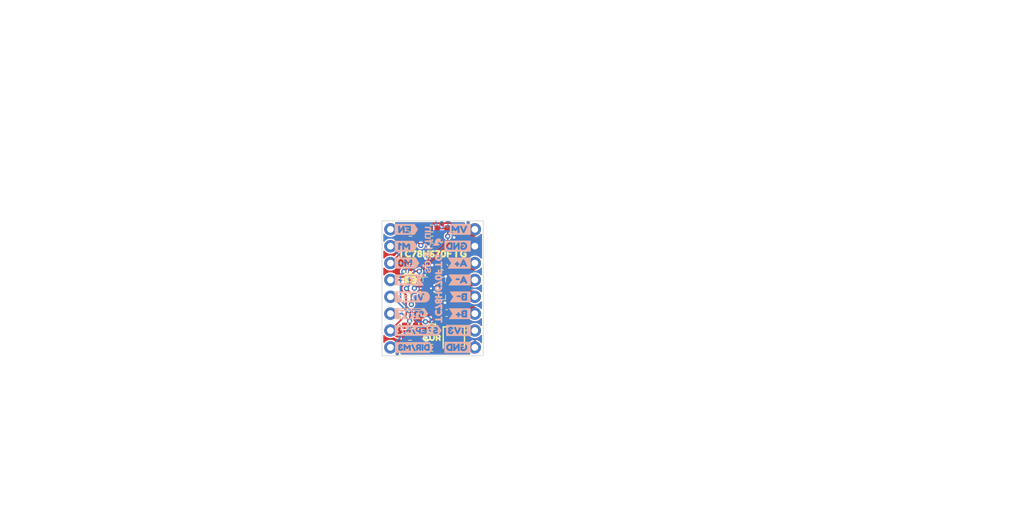
<source format=kicad_pcb>
(kicad_pcb (version 20221018) (generator pcbnew)
  (layers (0 "F.Cu" jumper) (1 "In1.Cu" signal) (2 "In2.Cu" signal) (31 "B.Cu" signal) (34 "B.Paste" user) (35 "F.Paste" user) (36 "B.SilkS" user "B.Silkscreen") (37 "F.SilkS" user "F.Silkscreen") (38 "B.Mask" user) (39 "F.Mask" user) (44 "Edge.Cuts" user))
  (net 0 "")
  (net 1 "DIR")
  (net 2 "MODE0")
  (net 3 "MODE1")
  (net 4 "STEP")
  (net 5 "VM")
  (net 6 "VREF")
  (net 7 "~{STBY}")
  (net 8 "3.3V")
  (net 9 "B-")
  (net 10 "B+")
  (net 11 "A+")
  (net 12 "A-")
  (net 13 "GND")
  (net 14 "ERR")
  (net 15 "EN")
  (net 16 "Net-(R1-Pad2)")
  (net 17 "Net-(U1-OSCM)")
  (footprint "kibuzzard-65D531EE" (layer "F.Cu") (at 142.143039 111.565401)
    (fp_text reference "kibuzzard-65D531EE" hide)
    (fp_text value "G***" hide)
  )
  (footprint "SparkFun-Resistor:R_0603_1608Metric" (layer "F.Cu") (at 142.09 95.13 180)
    (fp_text reference "R2")
    (fp_text value "10k")
    (pad "1" smd roundrect (at -0.825 0 180) (size 0.8 0.95) (layers "F.Cu" "F.Paste" "F.Mask") (net 14 "ERR"))
    (pad "2" smd roundrect (at 0.825 0 180) (size 0.8 0.95) (layers "F.Cu" "F.Paste" "F.Mask") (net 15 "EN"))
  )
  (footprint "SparkFun-Capacitor:C_0603_1608Metric" (layer "F.Cu") (at 145.24 95.11)
    (fp_text reference "C3")
    (fp_text value "22nF")
    (pad "1" smd roundrect (at -0.775 0) (size 0.9 0.95) (layers "F.Cu" "F.Paste" "F.Mask") (net 14 "ERR"))
    (pad "2" smd roundrect (at 0.775 0) (size 0.9 0.95) (layers "F.Cu" "F.Paste" "F.Mask") (net 13 "GND"))
  )
  (footprint "SparkFun-Resistor:R_0603_1608Metric" (layer "F.Cu") (at 138.84 111.44 180)
    (fp_text reference "R5")
    (fp_text value "10k")
    (pad "1" smd roundrect (at -0.825 0 180) (size 0.8 0.95) (layers "F.Cu" "F.Paste" "F.Mask") (net 8 "3.3V"))
    (pad "2" smd roundrect (at 0.825 0 180) (size 0.8 0.95) (layers "F.Cu" "F.Paste" "F.Mask") (net 4 "STEP"))
  )
  (footprint "SparkFun-Capacitor:C_0603_1608Metric" (layer "F.Cu") (at 144.35 107.86)
    (fp_text reference "C1")
    (fp_text value "0.1uF")
    (pad "1" smd roundrect (at -0.775 0) (size 0.9 0.95) (layers "F.Cu" "F.Paste" "F.Mask") (net 6 "VREF"))
    (pad "2" smd roundrect (at 0.775 0) (size 0.9 0.95) (layers "F.Cu" "F.Paste" "F.Mask") (net 13 "GND"))
  )
  (footprint "SparkFun-Resistor:R_0603_1608Metric" (layer "F.Cu") (at 142.11 96.8)
    (fp_text reference "R7")
    (fp_text value "10k")
    (pad "1" smd roundrect (at -0.825 0) (size 0.8 0.95) (layers "F.Cu" "F.Paste" "F.Mask") (net 8 "3.3V"))
    (pad "2" smd roundrect (at 0.825 0) (size 0.8 0.95) (layers "F.Cu" "F.Paste" "F.Mask") (net 2 "MODE0"))
  )
  (footprint "SparkFun-Resistor:R_0603_1608Metric" (layer "F.Cu") (at 140.84 107.84 180)
    (fp_text reference "R3")
    (fp_text value "47k")
    (pad "1" smd roundrect (at -0.825 0 180) (size 0.8 0.95) (layers "F.Cu" "F.Paste" "F.Mask") (net 17 "Net-(U1-OSCM)"))
    (pad "2" smd roundrect (at 0.825 0 180) (size 0.8 0.95) (layers "F.Cu" "F.Paste" "F.Mask") (net 13 "GND"))
  )
  (footprint "SparkFun-Resistor:R_0603_1608Metric" (layer "F.Cu") (at 138.9 96.8 180)
    (fp_text reference "R6")
    (fp_text value "10k")
    (pad "1" smd roundrect (at -0.825 0 180) (size 0.8 0.95) (layers "F.Cu" "F.Paste" "F.Mask") (net 8 "3.3V"))
    (pad "2" smd roundrect (at 0.825 0 180) (size 0.8 0.95) (layers "F.Cu" "F.Paste" "F.Mask") (net 3 "MODE1"))
  )
  (footprint "SparkFun-Aesthetic:ORDERING_INSTRUCTIONS" (layer "F.Cu") (at 167.64 60.96)
    (fp_text reference "U2" hide)
    (fp_text value "~" hide)
  )
  (footprint "SparkFun-Capacitor:C_0603_1608Metric" (layer "F.Cu") (at 144.110793 100.975018 -45)
    (fp_text reference "C2")
    (fp_text value "0.1uF")
    (pad "1" smd roundrect (at -0.775 0 315) (size 0.9 0.95) (layers "F.Cu" "F.Paste" "F.Mask") (net 5 "VM"))
    (pad "2" smd roundrect (at 0.775 0 315) (size 0.9 0.95) (layers "F.Cu" "F.Paste" "F.Mask") (net 13 "GND"))
  )
  (footprint "SparkFun-Resistor:R_0603_1608Metric" (layer "F.Cu") (at 138.85 109.77)
    (fp_text reference "R8")
    (fp_text value "10k")
    (pad "1" smd roundrect (at -0.825 0) (size 0.8 0.95) (layers "F.Cu" "F.Paste" "F.Mask") (net 7 "~{STBY}"))
    (pad "2" smd roundrect (at 0.825 0) (size 0.8 0.95) (layers "F.Cu" "F.Paste" "F.Mask") (net 13 "GND"))
  )
  (footprint "SparkFun-Resistor:TRIMPOT-SMD-3MM-CLOSED" (layer "F.Cu") (at 145.43 111.55)
    (fp_text reference "RV1")
    (fp_text value "10K")
    (pad "1" smd rect (at -0.85 1.65) (size 1 0.9) (layers "F.Cu" "F.Paste" "F.Mask") (net 16 "Net-(R1-Pad2)"))
    (pad "2" smd rect (at 0 -1.65) (size 1.1 0.9) (layers "F.Cu" "F.Paste" "F.Mask") (net 6 "VREF"))
    (pad "3" smd rect (at 0.85 1.65) (size 1 0.9) (layers "F.Cu" "F.Paste" "F.Mask") (net 13 "GND"))
  )
  (footprint "SparkFun-Aesthetic:OSHW_Logo_2.5mm" (layer "F.Cu") (at 138.861427 102.774502)
    (fp_text reference "Ref**" hide)
    (fp_text value "Val**" hide)
  )
  (footprint "SparkFun-IC-Special-Function:P-VQFN16-0303-0.50-001" (layer "F.Cu") (at 141.744 102.64)
    (fp_text reference "U1")
    (fp_text value "TC78H670FTG")
    (pad "1" smd roundrect (at 0 0) (size 0.255 0.85) (layers "F.Cu" "F.Mask") (net 1 "DIR"))
    (pad "2" smd roundrect (at 0.5 0) (size 0.255 0.85) (layers "F.Cu" "F.Mask") (net 13 "GND"))
    (pad "3" smd roundrect (at 1 0) (size 0.255 0.85) (layers "F.Cu" "F.Mask") (net 5 "VM"))
    (pad "4" smd roundrect (at 1.5 0) (size 0.255 0.85) (layers "F.Cu" "F.Mask") (net 13 "GND"))
    (pad "5" smd roundrect (at 2.25 0.75 90) (size 0.255 0.85) (layers "F.Cu" "F.Mask") (net 11 "A+"))
    (pad "6" smd roundrect (at 2.25 1.25 90) (size 0.255 0.85) (layers "F.Cu" "F.Mask") (net 12 "A-"))
    (pad "7" smd roundrect (at 2.25 1.75 90) (size 0.255 0.85) (layers "F.Cu" "F.Mask") (net 9 "B-"))
    (pad "8" smd roundrect (at 2.25 2.25 90) (size 0.255 0.85) (layers "F.Cu" "F.Mask") (net 10 "B+"))
    (pad "9" smd roundrect (at 1.5 3) (size 0.255 0.85) (layers "F.Cu" "F.Mask") (net 13 "GND"))
    (pad "10" smd roundrect (at 1 3) (size 0.255 0.85) (layers "F.Cu" "F.Mask") (net 6 "VREF"))
    (pad "11" smd roundrect (at 0.5 3) (size 0.255 0.85) (layers "F.Cu" "F.Mask") (net 17 "Net-(U1-OSCM)"))
    (pad "12" smd roundrect (at 0 3) (size 0.255 0.85) (layers "F.Cu" "F.Mask") (net 7 "~{STBY}"))
    (pad "13" smd roundrect (at -0.75 2.25 90) (size 0.255 0.85) (layers "F.Cu" "F.Mask") (net 14 "ERR"))
    (pad "14" smd roundrect (at -0.75 1.75 90) (size 0.255 0.85) (layers "F.Cu" "F.Mask") (net 2 "MODE0"))
    (pad "15" smd roundrect (at -0.75 1.25 90) (size 0.255 0.85) (layers "F.Cu" "F.Mask") (net 3 "MODE1"))
    (pad "16" smd roundrect (at -0.75 0.75 90) (size 0.255 0.85) (layers "F.Cu" "F.Mask") (net 4 "STEP"))
    (pad "17" smd roundrect (at 0.75 1.5 270) (size 1.64 1.64) (layers "F.Cu" "F.Mask") (roundrect_rratio 0) (chamfer_ratio 0.15) (chamfer top_left) (net 13 "GND"))
  )
  (footprint "SparkFun-Connector:1X08" (layer "F.Cu") (at 148.59 95.25 -90)
    (fp_text reference "J2")
    (fp_text value "Conn_01x08")
    (pad "1" thru_hole circle (at 0 0) (size 1.8796 1.8796) (drill 1.016) (layers "*.Cu" "*.Mask") (net 5 "VM"))
    (pad "2" thru_hole circle (at 2.54 0 315) (size 1.8796 1.8796) (drill 1.016) (layers "*.Cu" "*.Mask") (net 13 "GND"))
    (pad "3" thru_hole circle (at 5.08 0) (size 1.8796 1.8796) (drill 1.016) (layers "*.Cu" "*.Mask") (net 11 "A+"))
    (pad "4" thru_hole circle (at 7.62 0) (size 1.8796 1.8796) (drill 1.016) (layers "*.Cu" "*.Mask") (net 12 "A-"))
    (pad "5" thru_hole circle (at 10.16 0) (size 1.8796 1.8796) (drill 1.016) (layers "*.Cu" "*.Mask") (net 9 "B-"))
    (pad "6" thru_hole circle (at 12.7 0) (size 1.8796 1.8796) (drill 1.016) (layers "*.Cu" "*.Mask") (net 10 "B+"))
    (pad "7" thru_hole circle (at 15.24 0 315) (size 1.8796 1.8796) (drill 1.016) (layers "*.Cu" "*.Mask") (net 8 "3.3V"))
    (pad "8" thru_hole circle (at 17.78 0 315) (size 1.8796 1.8796) (drill 1.016) (layers "*.Cu" "*.Mask") (net 13 "GND"))
  )
  (footprint "SparkFun-Aesthetic:Creative_Commons_License" (layer "F.Cu") (at 82.6242 85.245)
    (fp_text reference "G1" hide)
    (fp_text value "OSHW_Logo" hide)
  )
  (footprint "SparkFun-Resistor:R_0603_1608Metric" (layer "F.Cu") (at 142.07 113.09)
    (fp_text reference "R1")
    (fp_text value "8.2k")
    (pad "1" smd roundrect (at -0.825 0) (size 0.8 0.95) (layers "F.Cu" "F.Paste" "F.Mask") (net 8 "3.3V"))
    (pad "2" smd roundrect (at 0.825 0) (size 0.8 0.95) (layers "F.Cu" "F.Paste" "F.Mask") (net 16 "Net-(R1-Pad2)"))
  )
  (footprint "SparkFun-Resistor:R_0603_1608Metric" (layer "F.Cu") (at 138.92 95.13 180)
    (fp_text reference "R9")
    (fp_text value "10k")
    (pad "1" smd roundrect (at -0.825 0 180) (size 0.8 0.95) (layers "F.Cu" "F.Paste" "F.Mask") (net 15 "EN"))
    (pad "2" smd roundrect (at 0.825 0 180) (size 0.8 0.95) (layers "F.Cu" "F.Paste" "F.Mask") (net 13 "GND"))
  )
  (footprint "SparkFun-Resistor:R_0603_1608Metric" (layer "F.Cu") (at 138.86 113.1 180)
    (fp_text reference "R4")
    (fp_text value "10k")
    (pad "1" smd roundrect (at -0.825 0 180) (size 0.8 0.95) (layers "F.Cu" "F.Paste" "F.Mask") (net 8 "3.3V"))
    (pad "2" smd roundrect (at 0.825 0 180) (size 0.8 0.95) (layers "F.Cu" "F.Paste" "F.Mask") (net 1 "DIR"))
  )
  (footprint "SparkFun-Aesthetic:Creative_Commons_License" (layer "F.Cu") (at 139.7 137.16)
    (fp_text reference "ref**1" hide)
    (fp_text value "val**" hide)
  )
  (footprint "SparkFun-Aesthetic:Fiducial_0.5mm_Mask1mm" (layer "F.Cu") (at 136.92 113.99)
    (fp_text reference "FID4")
    (fp_text value "Fiducial_0.5mm")
    (pad "" smd circle (at 0 0) (size 0.5 0.5) (layers "F.Cu" "F.Mask") (clearance 0.25))
  )
  (footprint "SparkFun-Aesthetic:Fiducial_0.5mm_Mask1mm" (layer "F.Cu") (at 147.58 94.27)
    (fp_text reference "FID1")
    (fp_text value "Fiducial_0.5mm")
    (pad "" smd circle (at 0 0) (size 0.5 0.5) (layers "F.Cu" "F.Mask") (clearance 0.25))
  )
  (footprint "kibuzzard-65CFAE6E" (layer "F.Cu") (at 142.2 98.93)
    (fp_text reference "kibuzzard-65CFAE6E" hide)
    (fp_text value "G***" hide)
  )
  (footprint "SparkFun-Connector:1X08" (layer "F.Cu") (at 135.89 95.25 -90)
    (fp_text reference "J1")
    (fp_text value "Conn_01x08")
    (pad "1" thru_hole circle (at 0 0) (size 1.8796 1.8796) (drill 1.016) (layers "*.Cu" "*.Mask") (net 15 "EN"))
    (pad "2" thru_hole circle (at 2.54 0) (size 1.8796 1.8796) (drill 1.016) (layers "*.Cu" "*.Mask") (net 3 "MODE1"))
    (pad "3" thru_hole circle (at 5.08 0) (size 1.8796 1.8796) (drill 1.016) (layers "*.Cu" "*.Mask") (net 2 "MODE0"))
    (pad "4" thru_hole circle (at 7.62 0) (size 1.8796 1.8796) (drill 1.016) (layers "*.Cu" "*.Mask") (net 14 "ERR"))
    (pad "5" thru_hole circle (at 10.16 0) (size 1.8796 1.8796) (drill 1.016) (layers "*.Cu" "*.Mask") (net 6 "VREF"))
    (pad "6" thru_hole circle (at 12.7 0) (size 1.8796 1.8796) (drill 1.016) (layers "*.Cu" "*.Mask") (net 7 "~{STBY}"))
    (pad "7" thru_hole circle (at 15.24 0) (size 1.8796 1.8796) (drill 1.016) (layers "*.Cu" "*.Mask") (net 4 "STEP"))
    (pad "8" thru_hole circle (at 17.78 0) (size 1.8796 1.8796) (drill 1.016) (layers "*.Cu" "*.Mask") (net 1 "DIR"))
  )
  (footprint "kibuzzard-65CFAB5A" (layer "B.Cu") (at 146.3 102.87 180)
    (fp_text reference "kibuzzard-65CFAB5A" hide)
    (fp_text value "G***" hide)
  )
  (footprint "SparkFun-Aesthetic:SparkFun_Logo_7mm" (layer "B.Cu") (at 141.55 98.375 90)
    (fp_text reference "G***" hide)
    (fp_text value "LOGO" hide)
  )
  (footprint "kibuzzard-65CFAC13" (layer "B.Cu") (at 138.29 95.26 180)
    (fp_text reference "kibuzzard-65CFAC13" hide)
    (fp_text value "G***" hide)
  )
  (footprint "SparkFun-Aesthetic:Fiducial_0.5mm_Mask1mm" (layer "B.Cu") (at 147.58 94.27 180)
    (fp_text reference "FID2")
    (fp_text value "Fiducial_0.5mm")
    (pad "" smd circle (at 0 0 180) (size 0.5 0.5) (layers "B.Cu" "B.Mask") (clearance 0.25))
  )
  (footprint "kibuzzard-65CFAD2C" (layer "B.Cu") (at 139.04 107.96 180)
    (fp_text reference "kibuzzard-65CFAD2C" hide)
    (fp_text value "G***" hide)
  )
  (footprint "SparkFun-Aesthetic:Fiducial_0.5mm_Mask1mm" (layer "B.Cu") (at 136.92 113.99 180)
    (fp_text reference "FID3")
    (fp_text value "Fiducial_0.5mm")
    (pad "" smd circle (at 0 0 180) (size 0.5 0.5) (layers "B.Cu" "B.Mask") (clearance 0.25))
  )
  (footprint "kibuzzard-65CFAB85" (layer "B.Cu") (at 146.31 107.96 180)
    (fp_text reference "kibuzzard-65CFAB85" hide)
    (fp_text value "G***" hide)
  )
  (footprint "kibuzzard-65CFAAF8" (layer "B.Cu") (at 146.12 110.48 180)
    (fp_text reference "kibuzzard-65CFAAF8" hide)
    (fp_text value "G***" hide)
  )
  (footprint "kibuzzard-65CFAA33" (layer "B.Cu") (at 145.99 113.02 180)
    (fp_text reference "kibuzzard-65CFAA33" hide)
    (fp_text value "G***" hide)
  )
  (footprint "kibuzzard-65CFAC2F" (layer "B.Cu") (at 138.24 97.8 180)
    (fp_text reference "kibuzzard-65CFAC2F" hide)
    (fp_text value "G***" hide)
  )
  (footprint "kibuzzard-65CFAC42" (layer "B.Cu") (at 138.38 100.33 180)
    (fp_text reference "kibuzzard-65CFAC42" hide)
    (fp_text value "G***" hide)
  )
  (footprint "kibuzzard-65CFAC9C" (layer "B.Cu") (at 139.16 105.43 180)
    (fp_text reference "kibuzzard-65CFAC9C" hide)
    (fp_text value "G***" hide)
  )
  (footprint "kibuzzard-65CFAE6E" (layer "B.Cu") (at 143.14 104.16 90)
    (fp_text reference "kibuzzard-65CFAE6E" hide)
    (fp_text value "G***" hide)
  )
  (footprint "kibuzzard-65CFAA33" (layer "B.Cu") (at 145.99 97.78 180)
    (fp_text reference "kibuzzard-65CFAA33" hide)
    (fp_text value "G***" hide)
  )
  (footprint "kibuzzard-65D52B03" (layer "B.Cu") (at 140.065161 110.481021 180)
    (fp_text reference "kibuzzard-65D52B03" hide)
    (fp_text value "G***" hide)
  )
  (footprint "kibuzzard-65CFAA22" (layer "B.Cu") (at 146.39 95.25 180)
    (fp_text reference "kibuzzard-65CFAA22" hide)
    (fp_text value "G***" hide)
  )
  (footprint "kibuzzard-65CFAE3D" (layer "B.Cu") (at 146.23 100.34 180)
    (fp_text reference "kibuzzard-65CFAE3D" hide)
    (fp_text value "G***" hide)
  )
  (footprint "kibuzzard-65CFAC5D" (layer "B.Cu") (at 138.74 102.88 180)
    (fp_text reference "kibuzzard-65CFAC5D" hide)
    (fp_text value "G***" hide)
  )
  (footprint "kibuzzard-65CFAB77" (layer "B.Cu") (at 146.37 105.42 180)
    (fp_text reference "kibuzzard-65CFAB77" hide)
    (fp_text value "G***" hide)
  )
  (footprint "kibuzzard-65D52B32" (layer "B.Cu") (at 139.448309 113.043286 180)
    (fp_text reference "kibuzzard-65D52B32" hide)
    (fp_text value "G***" hide)
  )
  (gr_line (start 141.840403 110.288076) (end 142.460403 110.288076) (stroke (width 0.17)) (layer "F.SilkS"))
  (gr_arc (start 142.210403 110.858075) (mid 141.540547 109.839788) (end 142.759403 109.838201) (stroke (width 0.17)) (layer "F.SilkS"))
  (gr_line (start 142.160403 110.598076) (end 142.160403 109.988076) (stroke (width 0.17)) (layer "F.SilkS"))
  (gr_line (start 142.759403 109.838201) (end 142.318524 109.735499) (stroke (width 0.17)) (layer "F.SilkS"))
  (gr_line (start 142.759403 109.838201) (end 142.644534 109.402835) (stroke (width 0.17)) (layer "F.SilkS"))
  (gr_rect (start 134.62 93.98) (end 149.86 114.3) (stroke (width 0.1)) (fill none) (layer "Edge.Cuts"))
  (gr_text "v01" (at 142.261552 93.973312 180) (layer "B.Cu") (effects (font (size 1 1)) (justify left bottom mirror)))
  (segment (start 137.92 101.61) (end 139.33 100.2) (width 0.25) (layer "F.Cu") (net 1))
  (segment (start 141.744 101.244) (end 141.744 102.64) (width 0.25) (layer "F.Cu") (net 1))
  (segment (start 137.965 113.03) (end 138.035 113.1) (width 0.25) (layer "F.Cu") (net 1))
  (segment (start 139.33 100.2) (end 140.7 100.2) (width 0.25) (layer "F.Cu") (net 1))
  (segment (start 140.7 100.2) (end 141.744 101.244) (width 0.25) (layer "F.Cu") (net 1))
  (segment (start 135.89 113.03) (end 137.965 113.03) (width 0.25) (layer "F.Cu") (net 1))
  (via (at 137.92 101.61) (size 0.8) (drill 0.4) (layers "F.Cu" "B.Cu") (net 1))
  (segment (start 141.57 108.35) (end 141.89 108.67) (width 0.25) (layer "B.Cu") (net 1))
  (segment (start 138.94 109.98) (end 135.89 113.03) (width 0.25) (layer "B.Cu") (net 1))
  (segment (start 141.89 109.48) (end 141.39 109.98) (width 0.25) (layer "B.Cu") (net 1))
  (segment (start 137.92 101.61) (end 137.41 102.12) (width 0.25) (layer "B.Cu") (net 1))
  (segment (start 141.39 109.98) (end 138.94 109.98) (width 0.25) (layer "B.Cu") (net 1))
  (segment (start 137.41 105.96) (end 139.8 108.35) (width 0.25) (layer "B.Cu") (net 1))
  (segment (start 139.8 108.35) (end 141.57 108.35) (width 0.25) (layer "B.Cu") (net 1))
  (segment (start 137.41 102.12) (end 137.41 105.96) (width 0.25) (layer "B.Cu") (net 1))
  (segment (start 141.89 108.67) (end 141.89 109.48) (width 0.25) (layer "B.Cu") (net 1))
  (segment (start 139.769552 104.865) (end 140.244552 104.39) (width 0.25) (layer "F.Cu") (net 2))
  (segment (start 142.935 96.8) (end 142.935 97.655) (width 0.25) (layer "F.Cu") (net 2))
  (segment (start 141.76 98.83) (end 137.43 98.83) (width 0.25) (layer "F.Cu") (net 2))
  (segment (start 140.244552 104.39) (end 140.994 104.39) (width 0.25) (layer "F.Cu") (net 2))
  (segment (start 138.995 104.865) (end 139.769552 104.865) (width 0.25) (layer "F.Cu") (net 2))
  (segment (start 142.935 97.655) (end 141.76 98.83) (width 0.25) (layer "F.Cu") (net 2))
  (segment (start 137.43 98.83) (end 135.93 100.33) (width 0.25) (layer "F.Cu") (net 2))
  (segment (start 135.93 100.33) (end 135.89 100.33) (width 0.25) (layer "F.Cu") (net 2))
  (segment (start 138.297653 104.167653) (end 138.995 104.865) (width 0.25) (layer "F.Cu") (net 2))
  (via (at 138.297653 104.167653) (size 0.8) (drill 0.4) (layers "F.Cu" "B.Cu") (net 2))
  (segment (start 138.684 103.781306) (end 138.684 101.346) (width 0.25) (layer "B.Cu") (net 2))
  (segment (start 138.297653 104.167653) (end 138.684 103.781306) (width 0.25) (layer "B.Cu") (net 2))
  (segment (start 138.684 101.346) (end 137.668 100.33) (width 0.25) (layer "B.Cu") (net 2))
  (segment (start 137.668 100.33) (end 135.89 100.33) (width 0.25) (layer "B.Cu") (net 2))
  (segment (start 136.88 96.8) (end 135.89 97.79) (width 0.25) (layer "F.Cu") (net 3))
  (segment (start 138.075 96.8) (end 136.88 96.8) (width 0.25) (layer "F.Cu") (net 3))
  (segment (start 139.492161 104.117086) (end 139.719247 103.89) (width 0.25) (layer "F.Cu") (net 3))
  (segment (start 139.719247 103.89) (end 140.994 103.89) (width 0.25) (layer "F.Cu") (net 3))
  (via (at 139.492161 104.117086) (size 0.8) (drill 0.4) (layers "F.Cu" "B.Cu") (net 3))
  (segment (start 139.492161 104.117086) (end 139.446 104.070925) (width 0.25) (layer "B.Cu") (net 3))
  (segment (start 139.446 104.070925) (end 139.446 101.356) (width 0.25) (layer "B.Cu") (net 3))
  (segment (start 135.89 97.8) (end 135.89 97.79) (width 0.25) (layer "B.Cu") (net 3))
  (segment (start 139.446 101.356) (end 135.89 97.8) (width 0.25) (layer "B.Cu") (net 3))
  (segment (start 138.23 105.125305) (end 137.572653 104.467958) (width 0.25) (layer "F.Cu") (net 4))
  (segment (start 135.89 110.49) (end 136.81 111.41) (width 0.25) (layer "F.Cu") (net 4))
  (segment (start 136.81 111.41) (end 138.015 111.41) (width 0.25) (layer "F.Cu") (net 4))
  (segment (start 137.572653 103.867347) (end 138.05 103.39) (width 0.25) (layer "F.Cu") (net 4))
  (segment (start 138.23 108.15) (end 138.23 105.125305) (width 0.25) (layer "F.Cu") (net 4))
  (segment (start 135.89 110.49) (end 138.23 108.15) (width 0.25) (layer "F.Cu") (net 4))
  (segment (start 137.572653 104.467958) (end 137.572653 103.867347) (width 0.25) (layer "F.Cu") (net 4))
  (segment (start 138.05 103.39) (end 140.994 103.39) (width 0.25) (layer "F.Cu") (net 4))
  (segment (start 143.575 108.045) (end 145.43 109.9) (width 0.25) (layer "F.Cu") (net 6))
  (segment (start 141.165 109.17) (end 141.773411 109.17) (width 0.25) (layer "F.Cu") (net 6))
  (segment (start 141.773411 109.17) (end 142.744 108.199411) (width 0.25) (layer "F.Cu") (net 6))
  (segment (start 142.744 108.199411) (end 142.744 107.86) (width 0.25) (layer "F.Cu") (net 6))
  (segment (start 143.575 107.855) (end 143.575 107.86) (width 0.25) (layer "F.Cu") (net 6))
  (segment (start 142.744 105.64) (end 142.744 107.86) (width 0.25) (layer "F.Cu") (net 6))
  (segment (start 143.575 107.86) (end 142.744 107.86) (width 0.25) (layer "F.Cu") (net 6))
  (segment (start 143.575 107.86) (end 143.575 108.045) (width 0.25) (layer "F.Cu") (net 6))
  (via (at 141.165 109.17) (size 0.8) (drill 0.4) (layers "F.Cu" "B.Cu") (net 6))
  (segment (start 136.19 105.41) (end 135.89 105.41) (width 0.25) (layer "B.Cu") (net 6))
  (segment (start 139.95 109.17) (end 136.19 105.41) (width 0.25) (layer "B.Cu") (net 6))
  (segment (start 141.165 109.17) (end 139.95 109.17) (width 0.25) (layer "B.Cu") (net 6))
  (segment (start 139.651995 106.98) (end 141.13 106.98) (width 0.25) (layer "F.Cu") (net 7))
  (segment (start 138.59 109.77) (end 138.025 109.77) (width 0.25) (layer "F.Cu") (net 7))
  (segment (start 138.78 109.06) (end 138.8 109.04) (width 0.25) (layer "F.Cu") (net 7))
  (segment (start 141.13 106.98) (end 141.744 106.366) (width 0.25) (layer "F.Cu") (net 7))
  (segment (start 138.8 107.831995) (end 139.651995 106.98) (width 0.25) (layer "F.Cu") (net 7))
  (segment (start 141.744 106.366) (end 141.744 105.64) (width 0.25) (layer "F.Cu") (net 7))
  (segment (start 138.8 109.04) (end 138.8 107.831995) (width 0.25) (layer "F.Cu") (net 7))
  (segment (start 138.78 109.06) (end 138.78 109.58) (width 0.25) (layer "F.Cu") (net 7))
  (segment (start 138.78 109.58) (end 138.59 109.77) (width 0.25) (layer "F.Cu") (net 7))
  (via (at 138.78 109.06) (size 0.8) (drill 0.4) (layers "F.Cu" "B.Cu") (net 7))
  (segment (start 137.67 107.95) (end 135.89 107.95) (width 0.25) (layer "B.Cu") (net 7))
  (segment (start 138.78 109.06) (end 137.67 107.95) (width 0.25) (layer "B.Cu") (net 7))
  (segment (start 139.665 111.41) (end 139.685 111.43) (width 0.25) (layer "F.Cu") (net 8))
  (segment (start 141.296656 111.566922) (end 141.139734 111.41) (width 0.25) (layer "F.Cu") (net 8))
  (segment (start 141.285 96.8) (end 141.285 96.865) (width 0.25) (layer "F.Cu") (net 8))
  (segment (start 141.235 113.1) (end 141.245 113.09) (width 0.25) (layer "F.Cu") (net 8))
  (segment (start 139.735 96.81) (end 139.725 96.8) (width 0.25) (layer "F.Cu") (net 8))
  (segment (start 141.285 96.865) (end 140.47 97.68) (width 0.25) (layer "F.Cu") (net 8))
  (segment (start 139.685 113.1) (end 141.235 113.1) (width 0.25) (layer "F.Cu") (net 8))
  (segment (start 140.47 97.68) (end 139.735 96.945) (width 0.25) (layer "F.Cu") (net 8))
  (segment (start 139.735 96.945) (end 139.735 96.81) (width 0.25) (layer "F.Cu") (net 8))
  (segment (start 139.685 111.43) (end 139.685 113.1) (width 0.25) (layer "F.Cu") (net 8))
  (segment (start 141.139734 111.41) (end 139.665 111.41) (width 0.25) (layer "F.Cu") (net 8))
  (via (at 141.296656 111.566922) (size 0.8) (drill 0.4) (layers "F.Cu" "B.Cu") (net 8))
  (via (at 140.47 97.68) (size 0.8) (drill 0.4) (layers "F.Cu" "B.Cu") (net 8))
  (via (at 145.47 96.48) (size 0.8) (drill 0.4) (layers "F.Cu" "B.Cu") (net 13))
  (via (at 141.1465 99.621194) (size 0.8) (drill 0.4) (layers "F.Cu" "B.Cu") (net 13))
  (via (at 141.99 104.14) (size 0.6) (drill 0.3) (layers "F.Cu" "B.Cu") (net 13))
  (via (at 142.49 104.64) (size 0.6) (drill 0.3) (layers "F.Cu" "B.Cu") (net 13))
  (via (at 144.09 106.31) (size 0.8) (drill 0.4) (layers "F.Cu" "B.Cu") (net 13))
  (via (at 144.22 102.34) (size 0.8) (drill 0.4) (layers "F.Cu" "B.Cu") (net 13))
  (via (at 142.482054 103.635722) (size 0.6) (drill 0.3) (layers "F.Cu" "B.Cu") (net 13))
  (via (at 141.63 97.92) (size 0.8) (drill 0.4) (layers "F.Cu" "B.Cu") (net 13))
  (via (at 142.98 104.14) (size 0.6) (drill 0.3) (layers "F.Cu" "B.Cu") (net 13))
  (via (at 142.171806 100.6465) (size 0.8) (drill 0.4) (layers "F.Cu" "B.Cu") (net 13))
  (segment (start 138.26 102.87) (end 139.18 101.95) (width 0.25) (layer "F.Cu") (net 14))
  (segment (start 139.18 101.95) (end 139.567 101.563) (width 0.25) (layer "F.Cu") (net 14))
  (segment (start 139.567 101.563) (end 140.23 101.563) (width 0.25) (layer "F.Cu") (net 14))
  (segment (start 139.040709 106.249291) (end 140.4 104.89) (width 0.25) (layer "F.Cu") (net 14))
  (segment (start 144.445 95.13) (end 144.465 95.11) (width 0.25) (layer "F.Cu") (net 14))
  (segment (start 144.51 96.3) (end 144.51 95.155) (width 0.25) (layer "F.Cu") (net 14))
  (segment (start 135.89 102.87) (end 138.26 102.87) (width 0.25) (layer "F.Cu") (net 14))
  (segment (start 139.040709 106.565981) (end 139.040709 106.249291) (width 0.25) (layer "F.Cu") (net 14))
  (segment (start 144.51 95.155) (end 144.465 95.11) (width 0.25) (layer "F.Cu") (net 14))
  (segment (start 140.4 104.89) (end 140.994 104.89) (width 0.25) (layer "F.Cu") (net 14))
  (segment (start 142.915 95.13) (end 144.445 95.13) (width 0.25) (layer "F.Cu") (net 14))
  (via (at 140.23 101.563) (size 0.8) (drill 0.4) (layers "F.Cu" "B.Cu") (net 14))
  (via (at 144.51 96.3) (size 0.8) (drill 0.4) (layers "F.Cu" "B.Cu") (net 14))
  (via (at 139.040709 106.565981) (size 0.8) (drill 0.4) (layers "F.Cu" "B.Cu") (net 14))
  (segment (start 139.040709 105.169291) (end 139.367914 104.842086) (width 0.25) (layer "B.Cu") (net 14))
  (segment (start 144.51 97.283) (end 140.23 101.563) (width 0.25) (layer "B.Cu") (net 14))
  (segment (start 139.792466 104.842086) (end 140.23 104.404552) (width 0.25) (layer "B.Cu") (net 14))
  (segment (start 140.23 104.404552) (end 140.23 101.563) (width 0.25) (layer "B.Cu") (net 14))
  (segment (start 139.040709 106.565981) (end 139.040709 105.169291) (width 0.25) (layer "B.Cu") (net 14))
  (segment (start 144.51 96.3) (end 144.51 97.283) (width 0.25) (layer "B.Cu") (net 14))
  (segment (start 139.367914 104.842086) (end 139.792466 104.842086) (width 0.25) (layer "B.Cu") (net 14))
  (segment (start 139.745 95.13) (end 138.915 95.96) (width 0.25) (layer "F.Cu") (net 15))
  (segment (start 139.745 95.13) (end 141.265 95.13) (width 0.25) (layer "F.Cu") (net 15))
  (segment (start 138.915 95.96) (end 137.701996 95.96) (width 0.25) (layer "F.Cu") (net 15))
  (segment (start 137.701996 95.96) (end 136.991996 95.25) (width 0.25) (layer "F.Cu") (net 15))
  (segment (start 136.991996 95.25) (end 135.89 95.25) (width 0.25) (layer "F.Cu") (net 15))
  (segment (start 144.58 113.2) (end 143.005 113.2) (width 0.25) (layer "F.Cu") (net 16))
  (segment (start 143.005 113.2) (end 142.895 113.09) (width 0.25) (layer "F.Cu") (net 16))
  (segment (start 142.244 107.261) (end 141.665 107.84) (width 0.25) (layer "F.Cu") (net 17))
  (segment (start 142.244 105.64) (end 142.244 107.261) (width 0.25) (layer "F.Cu") (net 17))
  (zone (net 13) (net_name "GND") (layer "F.Cu") (name "A+") (priority 3) (connect_pads yes (clearance 0.2)) (min_thickness 0.25) (fill yes (thermal_gap 0.5) (thermal_bridge_width 0.5))
    (polygon (pts (xy 144.36 103.07) (xy 143.11 103.07) (xy 143.11 102.21) (xy 147.89 97.02) (xy 149.27 98.59) (xy 147.99 99.17)))
  )
  (zone (net 13) (net_name "GND") (layer "F.Cu") (name "GND") (priority 1) (connect_pads yes (clearance 0.1)) (min_thickness 0.1) (fill yes (thermal_gap 0.5) (thermal_bridge_width 0.5))
    (polygon (pts (xy 145.034 106.68) (xy 145.034 101.6) (xy 140.208 101.6) (xy 140.208 106.68)))
  )
  (zone (net 5) (net_name "VM") (layer "F.Cu") (name "VM") (priority 3) (connect_pads yes (clearance 0.1)) (min_thickness 0.1) (fill yes (thermal_gap 0.5) (thermal_bridge_width 0.5))
    (polygon (pts (xy 142.88 102.22) (xy 142.88 103.07) (xy 142.61 103.07) (xy 142.6 100.47) (xy 147.98 94.54) (xy 149.15 96) (xy 147.66 96.85)))
  )
  (zone (net 9) (net_name "B-") (layer "F.Cu") (name "A+") (priority 3) (connect_pads yes (clearance 0.2)) (min_thickness 0.25) (fill yes (thermal_gap 0.5) (thermal_bridge_width 0.5))
    (polygon (pts (xy 144.41 104.26) (xy 143.56 104.26) (xy 143.56 104.52) (xy 144.41 104.52) (xy 148.19 106.27) (xy 148.67 104.47)))
  )
  (zone (net 10) (net_name "B+") (layer "F.Cu") (name "A+") (priority 3) (connect_pads yes (clearance 0.2)) (min_thickness 0.25) (fill yes (thermal_gap 0.5) (thermal_bridge_width 0.5))
    (polygon (pts (xy 144.42 104.76) (xy 143.56 104.76) (xy 143.56 105.02) (xy 144.42 105.02) (xy 147.96 108.65) (xy 148.94 107.08)))
  )
  (zone (net 12) (net_name "A-") (layer "F.Cu") (name "A+") (priority 3) (connect_pads yes (clearance 0.2)) (min_thickness 0.25) (fill yes (thermal_gap 0.5) (thermal_bridge_width 0.5))
    (polygon (pts (xy 144.39 103.76) (xy 148.21 102.01) (xy 148.69 103.81) (xy 144.38 104.02) (xy 143.57 104.02) (xy 143.57 103.76)))
  )
  (zone (net 11) (net_name "A+") (layer "F.Cu") (name "A+") (priority 3) (connect_pads yes (clearance 0.2)) (min_thickness 0.1) (fill yes (thermal_gap 0.5) (thermal_bridge_width 0.5))
    (polygon (pts (xy 144.4 103.26) (xy 143.56 103.26) (xy 143.56 103.52) (xy 144.4 103.52) (xy 148.96 101.19) (xy 148 99.6)))
  )
  (zone (net 13) (net_name "GND") (layers "F.Cu" "In1.Cu" "B.Cu") (name "GND") (priority 1) (connect_pads (clearance 0.2)) (min_thickness 0.2) (fill yes (thermal_gap 0.2) (thermal_bridge_width 0.3))
    (polygon (pts (xy 134.62 114.3) (xy 134.62 93.98) (xy 149.86 93.98) (xy 149.86 114.3)))
  )
)
</source>
